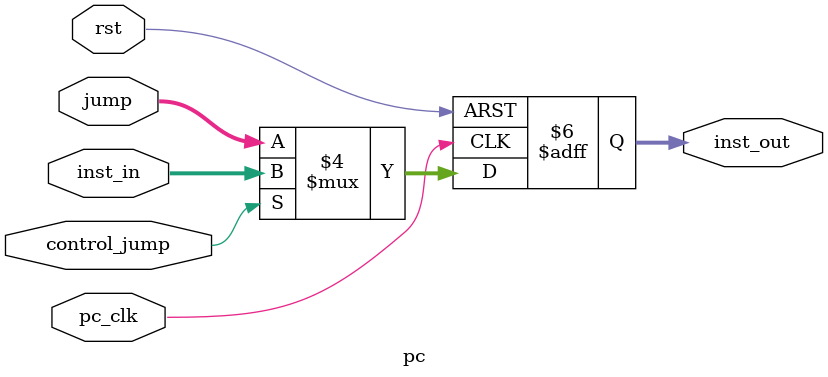
<source format=v>
`timescale 1ns / 1ps


module pc(
    input pc_clk,
    input rst,
    input [31:0] inst_in,
    input [31:0] jump,
    input control_jump,

    output reg [31:0] inst_out
    // 实现复位功能
    );

    always@(posedge pc_clk,posedge rst)
    begin
        if(rst)
            inst_out <= 32'b0;
        else if(~control_jump)
            inst_out <= jump; 
        else
            inst_out <= inst_in; 
    end
endmodule

</source>
